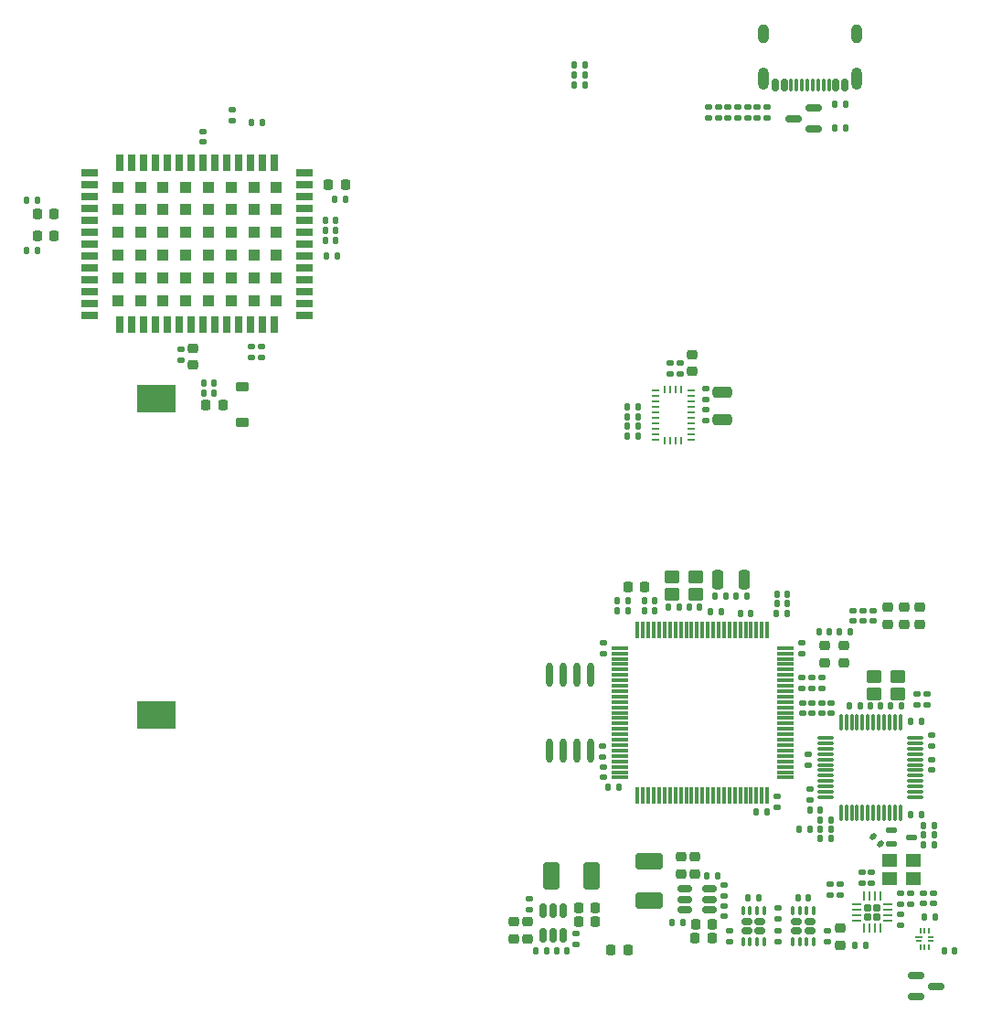
<source format=gbr>
%TF.GenerationSoftware,KiCad,Pcbnew,8.0.8-8.0.8-0~ubuntu22.04.1*%
%TF.CreationDate,2025-02-20T05:00:27+01:00*%
%TF.ProjectId,nav-module,6e61762d-6d6f-4647-956c-652e6b696361,1.0.0*%
%TF.SameCoordinates,Original*%
%TF.FileFunction,Paste,Top*%
%TF.FilePolarity,Positive*%
%FSLAX46Y46*%
G04 Gerber Fmt 4.6, Leading zero omitted, Abs format (unit mm)*
G04 Created by KiCad (PCBNEW 8.0.8-8.0.8-0~ubuntu22.04.1) date 2025-02-20 05:00:27*
%MOMM*%
%LPD*%
G01*
G04 APERTURE LIST*
G04 Aperture macros list*
%AMRoundRect*
0 Rectangle with rounded corners*
0 $1 Rounding radius*
0 $2 $3 $4 $5 $6 $7 $8 $9 X,Y pos of 4 corners*
0 Add a 4 corners polygon primitive as box body*
4,1,4,$2,$3,$4,$5,$6,$7,$8,$9,$2,$3,0*
0 Add four circle primitives for the rounded corners*
1,1,$1+$1,$2,$3*
1,1,$1+$1,$4,$5*
1,1,$1+$1,$6,$7*
1,1,$1+$1,$8,$9*
0 Add four rect primitives between the rounded corners*
20,1,$1+$1,$2,$3,$4,$5,0*
20,1,$1+$1,$4,$5,$6,$7,0*
20,1,$1+$1,$6,$7,$8,$9,0*
20,1,$1+$1,$8,$9,$2,$3,0*%
G04 Aperture macros list end*
%ADD10RoundRect,0.250000X0.650000X0.250000X-0.650000X0.250000X-0.650000X-0.250000X0.650000X-0.250000X0*%
%ADD11RoundRect,0.250001X0.999999X-0.499999X0.999999X0.499999X-0.999999X0.499999X-0.999999X-0.499999X0*%
%ADD12RoundRect,0.140000X-0.170000X0.140000X-0.170000X-0.140000X0.170000X-0.140000X0.170000X0.140000X0*%
%ADD13RoundRect,0.147500X0.147500X0.172500X-0.147500X0.172500X-0.147500X-0.172500X0.147500X-0.172500X0*%
%ADD14RoundRect,0.140000X0.140000X0.170000X-0.140000X0.170000X-0.140000X-0.170000X0.140000X-0.170000X0*%
%ADD15RoundRect,0.150000X0.587500X0.150000X-0.587500X0.150000X-0.587500X-0.150000X0.587500X-0.150000X0*%
%ADD16RoundRect,0.140000X0.170000X-0.140000X0.170000X0.140000X-0.170000X0.140000X-0.170000X-0.140000X0*%
%ADD17RoundRect,0.140000X-0.140000X-0.170000X0.140000X-0.170000X0.140000X0.170000X-0.140000X0.170000X0*%
%ADD18RoundRect,0.220000X0.220000X0.255000X-0.220000X0.255000X-0.220000X-0.255000X0.220000X-0.255000X0*%
%ADD19RoundRect,0.220000X0.255000X-0.220000X0.255000X0.220000X-0.255000X0.220000X-0.255000X-0.220000X0*%
%ADD20RoundRect,0.225000X-0.375000X0.225000X-0.375000X-0.225000X0.375000X-0.225000X0.375000X0.225000X0*%
%ADD21RoundRect,0.225000X-0.250000X0.225000X-0.250000X-0.225000X0.250000X-0.225000X0.250000X0.225000X0*%
%ADD22R,0.663000X0.225000*%
%ADD23R,0.563000X0.225000*%
%ADD24R,0.225000X0.563000*%
%ADD25RoundRect,0.150000X-0.512500X-0.150000X0.512500X-0.150000X0.512500X0.150000X-0.512500X0.150000X0*%
%ADD26RoundRect,0.150000X-0.587500X-0.150000X0.587500X-0.150000X0.587500X0.150000X-0.587500X0.150000X0*%
%ADD27RoundRect,0.220000X-0.255000X0.220000X-0.255000X-0.220000X0.255000X-0.220000X0.255000X0.220000X0*%
%ADD28RoundRect,0.225000X0.225000X0.250000X-0.225000X0.250000X-0.225000X-0.250000X0.225000X-0.250000X0*%
%ADD29RoundRect,0.250000X0.450000X0.350000X-0.450000X0.350000X-0.450000X-0.350000X0.450000X-0.350000X0*%
%ADD30RoundRect,0.075000X-0.075000X0.662500X-0.075000X-0.662500X0.075000X-0.662500X0.075000X0.662500X0*%
%ADD31RoundRect,0.075000X-0.662500X0.075000X-0.662500X-0.075000X0.662500X-0.075000X0.662500X0.075000X0*%
%ADD32RoundRect,0.075000X-0.075000X0.725000X-0.075000X-0.725000X0.075000X-0.725000X0.075000X0.725000X0*%
%ADD33RoundRect,0.075000X-0.725000X0.075000X-0.725000X-0.075000X0.725000X-0.075000X0.725000X0.075000X0*%
%ADD34RoundRect,0.220000X-0.220000X-0.255000X0.220000X-0.255000X0.220000X0.255000X-0.220000X0.255000X0*%
%ADD35RoundRect,0.150000X0.150000X0.425000X-0.150000X0.425000X-0.150000X-0.425000X0.150000X-0.425000X0*%
%ADD36RoundRect,0.075000X0.075000X0.500000X-0.075000X0.500000X-0.075000X-0.500000X0.075000X-0.500000X0*%
%ADD37O,1.000000X2.100000*%
%ADD38O,1.000000X1.800000*%
%ADD39RoundRect,0.225000X-0.225000X-0.250000X0.225000X-0.250000X0.225000X0.250000X-0.225000X0.250000X0*%
%ADD40R,3.600000X2.600000*%
%ADD41RoundRect,0.160000X-0.325000X0.160000X-0.325000X-0.160000X0.325000X-0.160000X0.325000X0.160000X0*%
%ADD42RoundRect,0.075000X-0.075000X0.350000X-0.075000X-0.350000X0.075000X-0.350000X0.075000X0.350000X0*%
%ADD43RoundRect,0.250000X0.250000X-0.650000X0.250000X0.650000X-0.250000X0.650000X-0.250000X-0.650000X0*%
%ADD44RoundRect,0.140000X0.219203X0.021213X0.021213X0.219203X-0.219203X-0.021213X-0.021213X-0.219203X0*%
%ADD45R,0.800000X1.500000*%
%ADD46R,1.500000X0.800000*%
%ADD47R,1.100000X1.100000*%
%ADD48R,1.400000X1.200000*%
%ADD49RoundRect,0.225000X0.250000X-0.225000X0.250000X0.225000X-0.250000X0.225000X-0.250000X-0.225000X0*%
%ADD50O,0.630000X2.250000*%
%ADD51RoundRect,0.250001X-0.499999X-0.999999X0.499999X-0.999999X0.499999X0.999999X-0.499999X0.999999X0*%
%ADD52RoundRect,0.172500X-0.172500X0.172500X-0.172500X-0.172500X0.172500X-0.172500X0.172500X0.172500X0*%
%ADD53RoundRect,0.062500X-0.062500X0.350000X-0.062500X-0.350000X0.062500X-0.350000X0.062500X0.350000X0*%
%ADD54RoundRect,0.062500X-0.350000X0.062500X-0.350000X-0.062500X0.350000X-0.062500X0.350000X0.062500X0*%
%ADD55R,0.675000X0.254000*%
%ADD56R,0.254000X0.675000*%
%ADD57RoundRect,0.125000X0.345000X0.125000X-0.345000X0.125000X-0.345000X-0.125000X0.345000X-0.125000X0*%
%ADD58RoundRect,0.150000X-0.150000X0.512500X-0.150000X-0.512500X0.150000X-0.512500X0.150000X0.512500X0*%
G04 APERTURE END LIST*
D10*
%TO.C,X401*%
X74570000Y61600001D03*
X74570000Y64099999D03*
%TD*%
D11*
%TO.C,L301*%
X67750720Y17013459D03*
X67750720Y20713459D03*
%TD*%
D12*
%TO.C,C417*%
X24400000Y68099999D03*
X24400000Y67100001D03*
%TD*%
D13*
%TO.C,L400*%
X31925000Y89130000D03*
X30955000Y89130000D03*
%TD*%
D12*
%TO.C,R903*%
X87480000Y19660001D03*
X87480000Y18660001D03*
%TD*%
D14*
%TO.C,R308*%
X87830000Y12910001D03*
X86830000Y12910001D03*
%TD*%
D15*
%TO.C,U802*%
X83017500Y88520000D03*
X83017500Y90420000D03*
X81142500Y89470000D03*
%TD*%
D12*
%TO.C,R418*%
X30960000Y68309999D03*
X30960000Y67310001D03*
%TD*%
D16*
%TO.C,C501*%
X79730000Y13210001D03*
X79730000Y14210001D03*
%TD*%
D17*
%TO.C,R716*%
X83630000Y22760001D03*
X84630000Y22760001D03*
%TD*%
D12*
%TO.C,R306*%
X74700720Y18463459D03*
X74700720Y17463459D03*
%TD*%
D18*
%TO.C,D405*%
X39649999Y83310000D03*
X38070001Y83310000D03*
%TD*%
D19*
%TO.C,D301*%
X85480000Y12920001D03*
X85480000Y14500001D03*
%TD*%
D20*
%TO.C,D408*%
X30100000Y64650000D03*
X30100000Y61350000D03*
%TD*%
D18*
%TO.C,FB400*%
X67370000Y46060001D03*
X65790000Y46060001D03*
%TD*%
D16*
%TO.C,C601*%
X75180000Y13210001D03*
X75180000Y14210001D03*
%TD*%
D14*
%TO.C,R301*%
X58280000Y12413493D03*
X57280000Y12413493D03*
%TD*%
%TO.C,C408*%
X65830000Y44810001D03*
X64830000Y44810001D03*
%TD*%
D16*
%TO.C,R600*%
X79730000Y15360001D03*
X79730000Y16360001D03*
%TD*%
D17*
%TO.C,C400*%
X76205000Y43635001D03*
X77205000Y43635001D03*
%TD*%
D21*
%TO.C,C1117*%
X25560000Y68190000D03*
X25560000Y66630000D03*
%TD*%
D14*
%TO.C,C313*%
X74880000Y45260001D03*
X73880000Y45260001D03*
%TD*%
D17*
%TO.C,R801*%
X84980000Y88610001D03*
X85980000Y88610001D03*
%TD*%
D14*
%TO.C,C600*%
X77930000Y17260001D03*
X76930000Y17260001D03*
%TD*%
%TO.C,C407*%
X68305000Y43910001D03*
X67305000Y43910001D03*
%TD*%
D17*
%TO.C,C314*%
X75830000Y45260001D03*
X76830000Y45260001D03*
%TD*%
D22*
%TO.C,U801*%
X92761500Y13685001D03*
D23*
X92711500Y13285001D03*
D24*
X92880000Y12716501D03*
X93280000Y12716501D03*
X93680000Y12716501D03*
D23*
X93848500Y13285001D03*
X93848500Y13685001D03*
D24*
X93680000Y14253501D03*
X93280000Y14253501D03*
X92880000Y14253501D03*
%TD*%
D21*
%TO.C,C304*%
X55276542Y15073942D03*
X55276542Y13513942D03*
%TD*%
D12*
%TO.C,C305*%
X56720000Y17213493D03*
X56720000Y16213493D03*
%TD*%
D14*
%TO.C,R404*%
X80580000Y43640001D03*
X79580000Y43640001D03*
%TD*%
%TO.C,C421*%
X66737500Y60050002D03*
X65737502Y60050002D03*
%TD*%
D25*
%TO.C,U301*%
X71042500Y18116951D03*
X71042500Y17166951D03*
X71042500Y16216951D03*
X73317500Y16216951D03*
X73317500Y17166951D03*
X73317500Y18116951D03*
%TD*%
D14*
%TO.C,C500*%
X82530000Y17260001D03*
X81530000Y17260001D03*
%TD*%
D12*
%TO.C,R902*%
X88380000Y19660001D03*
X88380000Y18660001D03*
%TD*%
D19*
%TO.C,D400*%
X89870000Y42620001D03*
X89870000Y44200001D03*
%TD*%
D26*
%TO.C,U200*%
X92462500Y10072500D03*
X92462500Y8172500D03*
X94337500Y9122500D03*
%TD*%
D12*
%TO.C,R700*%
X81955000Y35360001D03*
X81955000Y34360001D03*
%TD*%
D17*
%TO.C,R405*%
X60858400Y92600000D03*
X61858400Y92600000D03*
%TD*%
D16*
%TO.C,R409*%
X75080000Y89560001D03*
X75080000Y90560001D03*
%TD*%
%TO.C,R400*%
X74180000Y89560001D03*
X74180000Y90560001D03*
%TD*%
%TO.C,R411*%
X87580000Y42910001D03*
X87580000Y43910001D03*
%TD*%
D12*
%TO.C,R421*%
X69750000Y66849998D03*
X69750000Y65850000D03*
%TD*%
D14*
%TO.C,R423*%
X11099999Y81900000D03*
X10100001Y81900000D03*
%TD*%
D12*
%TO.C,C410*%
X83730000Y37685001D03*
X83730000Y36685001D03*
%TD*%
D27*
%TO.C,D701*%
X85805000Y40625001D03*
X85805000Y39045001D03*
%TD*%
D14*
%TO.C,R414*%
X38760000Y79110000D03*
X37760002Y79110000D03*
%TD*%
D12*
%TO.C,R701*%
X84630000Y35360001D03*
X84630000Y34360001D03*
%TD*%
%TO.C,C405*%
X81905000Y40935001D03*
X81905000Y39935001D03*
%TD*%
D28*
%TO.C,C301*%
X62810000Y15113493D03*
X61250000Y15113493D03*
%TD*%
D16*
%TO.C,C300*%
X61030000Y13003493D03*
X61030000Y14003493D03*
%TD*%
D19*
%TO.C,D402*%
X92870000Y42620001D03*
X92870000Y44200001D03*
%TD*%
D29*
%TO.C,Y700*%
X90780000Y37760001D03*
X88580000Y37760001D03*
X88580000Y36160001D03*
X90780000Y36160001D03*
%TD*%
D30*
%TO.C,U700*%
X91030000Y33522501D03*
X90530000Y33522501D03*
X90030000Y33522501D03*
X89530000Y33522501D03*
X89030000Y33522501D03*
X88530000Y33522501D03*
X88030000Y33522501D03*
X87530000Y33522501D03*
X87030000Y33522501D03*
X86530000Y33522501D03*
X86030000Y33522501D03*
X85530000Y33522501D03*
D31*
X84117500Y32110001D03*
X84117500Y31610001D03*
X84117500Y31110001D03*
X84117500Y30610001D03*
X84117500Y30110001D03*
X84117500Y29610001D03*
X84117500Y29110001D03*
X84117500Y28610001D03*
X84117500Y28110001D03*
X84117500Y27610001D03*
X84117500Y27110001D03*
X84117500Y26610001D03*
D30*
X85530000Y25197501D03*
X86030000Y25197501D03*
X86530000Y25197501D03*
X87030000Y25197501D03*
X87530000Y25197501D03*
X88030000Y25197501D03*
X88530000Y25197501D03*
X89030000Y25197501D03*
X89530000Y25197501D03*
X90030000Y25197501D03*
X90530000Y25197501D03*
X91030000Y25197501D03*
D31*
X92442500Y26610001D03*
X92442500Y27110001D03*
X92442500Y27610001D03*
X92442500Y28110001D03*
X92442500Y28610001D03*
X92442500Y29110001D03*
X92442500Y29610001D03*
X92442500Y30110001D03*
X92442500Y30610001D03*
X92442500Y31110001D03*
X92442500Y31610001D03*
X92442500Y32110001D03*
%TD*%
D12*
%TO.C,C423*%
X73050002Y62499999D03*
X73050002Y61500001D03*
%TD*%
D17*
%TO.C,R707*%
X83480000Y41910001D03*
X84480000Y41910001D03*
%TD*%
D32*
%TO.C,U400*%
X78705000Y42110001D03*
X78205000Y42110001D03*
X77705000Y42110001D03*
X77205000Y42110001D03*
X76705000Y42110001D03*
X76205000Y42110001D03*
X75705000Y42110001D03*
X75205000Y42110001D03*
X74705000Y42110001D03*
X74205000Y42110001D03*
X73705000Y42110001D03*
X73205000Y42110001D03*
X72705000Y42110001D03*
X72205000Y42110001D03*
X71705000Y42110001D03*
X71205000Y42110001D03*
X70705000Y42110001D03*
X70205000Y42110001D03*
X69705000Y42110001D03*
X69205000Y42110001D03*
X68705000Y42110001D03*
X68205000Y42110001D03*
X67705000Y42110001D03*
X67205000Y42110001D03*
X66705000Y42110001D03*
D33*
X65030000Y40435001D03*
X65030000Y39935001D03*
X65030000Y39435001D03*
X65030000Y38935001D03*
X65030000Y38435001D03*
X65030000Y37935001D03*
X65030000Y37435001D03*
X65030000Y36935001D03*
X65030000Y36435001D03*
X65030000Y35935001D03*
X65030000Y35435001D03*
X65030000Y34935001D03*
X65030000Y34435001D03*
X65030000Y33935001D03*
X65030000Y33435001D03*
X65030000Y32935001D03*
X65030000Y32435001D03*
X65030000Y31935001D03*
X65030000Y31435001D03*
X65030000Y30935001D03*
X65030000Y30435001D03*
X65030000Y29935001D03*
X65030000Y29435001D03*
X65030000Y28935001D03*
X65030000Y28435001D03*
D32*
X66705000Y26760001D03*
X67205000Y26760001D03*
X67705000Y26760001D03*
X68205000Y26760001D03*
X68705000Y26760001D03*
X69205000Y26760001D03*
X69705000Y26760001D03*
X70205000Y26760001D03*
X70705000Y26760001D03*
X71205000Y26760001D03*
X71705000Y26760001D03*
X72205000Y26760001D03*
X72705000Y26760001D03*
X73205000Y26760001D03*
X73705000Y26760001D03*
X74205000Y26760001D03*
X74705000Y26760001D03*
X75205000Y26760001D03*
X75705000Y26760001D03*
X76205000Y26760001D03*
X76705000Y26760001D03*
X77205000Y26760001D03*
X77705000Y26760001D03*
X78205000Y26760001D03*
X78705000Y26760001D03*
D33*
X80380000Y28435001D03*
X80380000Y28935001D03*
X80380000Y29435001D03*
X80380000Y29935001D03*
X80380000Y30435001D03*
X80380000Y30935001D03*
X80380000Y31435001D03*
X80380000Y31935001D03*
X80380000Y32435001D03*
X80380000Y32935001D03*
X80380000Y33435001D03*
X80380000Y33935001D03*
X80380000Y34435001D03*
X80380000Y34935001D03*
X80380000Y35435001D03*
X80380000Y35935001D03*
X80380000Y36435001D03*
X80380000Y36935001D03*
X80380000Y37435001D03*
X80380000Y37935001D03*
X80380000Y38435001D03*
X80380000Y38935001D03*
X80380000Y39435001D03*
X80380000Y39935001D03*
X80380000Y40435001D03*
%TD*%
D14*
%TO.C,C409*%
X65830000Y43910001D03*
X64830000Y43910001D03*
%TD*%
%TO.C,C708*%
X89230000Y35050001D03*
X88230000Y35050001D03*
%TD*%
D12*
%TO.C,R705*%
X93530000Y36160001D03*
X93530000Y35160001D03*
%TD*%
D14*
%TO.C,R425*%
X27500000Y64950000D03*
X26500002Y64950000D03*
%TD*%
D12*
%TO.C,R307*%
X74700720Y16563459D03*
X74700720Y15563459D03*
%TD*%
D34*
%TO.C,D404*%
X11110001Y80600000D03*
X12689999Y80600000D03*
%TD*%
D17*
%TO.C,R711*%
X93180000Y23110001D03*
X94180000Y23110001D03*
%TD*%
%TO.C,R710*%
X93180000Y24010001D03*
X94180000Y24010001D03*
%TD*%
%TO.C,R715*%
X83630000Y23635001D03*
X84630000Y23635001D03*
%TD*%
D14*
%TO.C,R422*%
X11109999Y77200000D03*
X10110001Y77200000D03*
%TD*%
D12*
%TO.C,C801*%
X76880000Y90560001D03*
X76880000Y89560001D03*
%TD*%
D16*
%TO.C,C402*%
X63505000Y39935001D03*
X63505000Y40935001D03*
%TD*%
D12*
%TO.C,C419*%
X29200000Y90299999D03*
X29200000Y89300001D03*
%TD*%
D35*
%TO.C,J800*%
X85880000Y92570001D03*
X85080000Y92570001D03*
D36*
X83930000Y92570001D03*
X82930000Y92570001D03*
X82430000Y92570001D03*
X81430000Y92570001D03*
D35*
X80280000Y92570001D03*
X79480000Y92570001D03*
X79480000Y92570001D03*
X80280000Y92570001D03*
D36*
X80930000Y92570001D03*
X81930000Y92570001D03*
X83430000Y92570001D03*
X84430000Y92570001D03*
D35*
X85080000Y92570001D03*
X85880000Y92570001D03*
D37*
X87000000Y93145001D03*
D38*
X87000000Y97325001D03*
D37*
X78360000Y93145001D03*
D38*
X78360000Y97325001D03*
%TD*%
D17*
%TO.C,C311*%
X69900720Y15003459D03*
X70900720Y15003459D03*
%TD*%
%TO.C,C418*%
X37760002Y80010000D03*
X38760000Y80010000D03*
%TD*%
%TO.C,C707*%
X90130000Y35060001D03*
X91130000Y35060001D03*
%TD*%
D12*
%TO.C,R901*%
X84530000Y18560001D03*
X84530000Y17560001D03*
%TD*%
D14*
%TO.C,R709*%
X94180000Y22210001D03*
X93180000Y22210001D03*
%TD*%
D12*
%TO.C,R805*%
X77780000Y90560001D03*
X77780000Y89560001D03*
%TD*%
%TO.C,R800*%
X78680000Y90560001D03*
X78680000Y89560001D03*
%TD*%
D39*
%TO.C,C310*%
X72050720Y14803459D03*
X73610720Y14803459D03*
%TD*%
D12*
%TO.C,R402*%
X82830000Y37685001D03*
X82830000Y36685001D03*
%TD*%
D16*
%TO.C,R702*%
X93930000Y29110001D03*
X93930000Y30110001D03*
%TD*%
%TO.C,C422*%
X70650000Y65850002D03*
X70650000Y66850000D03*
%TD*%
D39*
%TO.C,C309*%
X72040271Y13560001D03*
X73600271Y13560001D03*
%TD*%
D16*
%TO.C,C900*%
X91080000Y16710001D03*
X91080000Y17710001D03*
%TD*%
D12*
%TO.C,C404*%
X79605000Y26685001D03*
X79605000Y25685001D03*
%TD*%
%TO.C,R802*%
X93180000Y17760001D03*
X93180000Y16760001D03*
%TD*%
D17*
%TO.C,C701*%
X91980000Y33660001D03*
X92980000Y33660001D03*
%TD*%
D40*
%TO.C,BAT400*%
X22100000Y63500000D03*
X22100000Y34200000D03*
%TD*%
D14*
%TO.C,R300*%
X60180000Y12413493D03*
X59180000Y12413493D03*
%TD*%
D17*
%TO.C,R420*%
X65737501Y60949999D03*
X66737499Y60949999D03*
%TD*%
D14*
%TO.C,R413*%
X38760000Y78210000D03*
X37760002Y78210000D03*
%TD*%
D17*
%TO.C,C700*%
X82630000Y25410001D03*
X83630000Y25410001D03*
%TD*%
D16*
%TO.C,R500*%
X84280000Y13210001D03*
X84280000Y14210001D03*
%TD*%
D14*
%TO.C,C406*%
X68305000Y44810001D03*
X67305000Y44810001D03*
%TD*%
%TO.C,C411*%
X70555000Y44260001D03*
X69555000Y44260001D03*
%TD*%
D12*
%TO.C,C704*%
X93920000Y32362501D03*
X93920000Y31362501D03*
%TD*%
D14*
%TO.C,C425*%
X66749999Y62749999D03*
X65750001Y62749999D03*
%TD*%
D16*
%TO.C,C902*%
X91980000Y16710001D03*
X91980000Y17710001D03*
%TD*%
D17*
%TO.C,C312*%
X93280000Y15510001D03*
X94280000Y15510001D03*
%TD*%
D16*
%TO.C,C702*%
X82640000Y26357501D03*
X82640000Y27357501D03*
%TD*%
D12*
%TO.C,R706*%
X92580000Y36160001D03*
X92580000Y35160001D03*
%TD*%
D16*
%TO.C,R803*%
X94080000Y16760001D03*
X94080000Y17760001D03*
%TD*%
D39*
%TO.C,C426*%
X26720000Y62900000D03*
X28280000Y62900000D03*
%TD*%
D21*
%TO.C,C307*%
X70738674Y21093459D03*
X70738674Y19533459D03*
%TD*%
D14*
%TO.C,C306*%
X74110720Y19313459D03*
X73110720Y19313459D03*
%TD*%
D16*
%TO.C,R401*%
X81930000Y36685001D03*
X81930000Y37685001D03*
%TD*%
D34*
%TO.C,F300*%
X64240000Y12510001D03*
X65820000Y12510001D03*
%TD*%
D17*
%TO.C,R714*%
X83630000Y24510001D03*
X84630000Y24510001D03*
%TD*%
D12*
%TO.C,R900*%
X85430000Y18560001D03*
X85430000Y17560001D03*
%TD*%
D17*
%TO.C,C414*%
X77705000Y25235001D03*
X78705000Y25235001D03*
%TD*%
D41*
%TO.C,U600*%
X78030000Y15060001D03*
X76830000Y15060001D03*
X78030000Y14260001D03*
X76830000Y14260001D03*
D42*
X78405000Y16110001D03*
X77755000Y16110001D03*
X77105000Y16110001D03*
X76455000Y16110001D03*
X76455000Y13210001D03*
X77105000Y13210001D03*
X77755000Y13210001D03*
X78405000Y13210001D03*
%TD*%
D43*
%TO.C,X300*%
X74105000Y46735001D03*
X76605000Y46735001D03*
%TD*%
D14*
%TO.C,R406*%
X61858400Y94400000D03*
X60858400Y94400000D03*
%TD*%
D16*
%TO.C,R412*%
X86680000Y42910001D03*
X86680000Y43910001D03*
%TD*%
%TO.C,C706*%
X82830000Y34360001D03*
X82830000Y35360001D03*
%TD*%
D17*
%TO.C,C800*%
X84980000Y90760001D03*
X85980000Y90760001D03*
%TD*%
D28*
%TO.C,C302*%
X62810000Y16375539D03*
X61250000Y16375539D03*
%TD*%
D17*
%TO.C,R419*%
X65750001Y61849999D03*
X66749999Y61849999D03*
%TD*%
D12*
%TO.C,R415*%
X26470000Y88279999D03*
X26470000Y87280001D03*
%TD*%
D17*
%TO.C,C401*%
X73455000Y43810001D03*
X74455000Y43810001D03*
%TD*%
%TO.C,C705*%
X86330000Y35050001D03*
X87330000Y35050001D03*
%TD*%
D44*
%TO.C,R712*%
X89183553Y22256448D03*
X88476447Y22963554D03*
%TD*%
D29*
%TO.C,X400*%
X72105000Y47035001D03*
X69905000Y47035001D03*
X69905000Y45435001D03*
X72105000Y45435001D03*
%TD*%
D45*
%TO.C,U401*%
X33060000Y85359998D03*
X31960000Y85359999D03*
X30860000Y85359998D03*
X29760000Y85359999D03*
X28660000Y85359999D03*
X27560000Y85359999D03*
X26460000Y85359999D03*
X25360000Y85359999D03*
X24260000Y85359999D03*
X23160000Y85359999D03*
X22060000Y85359999D03*
X20960000Y85359998D03*
X19860000Y85359999D03*
X18760000Y85359998D03*
D46*
X15960000Y84459999D03*
X15960000Y83359999D03*
X15960000Y82259999D03*
X15960000Y81159999D03*
X15960000Y80059998D03*
X15960000Y78959999D03*
X15960001Y77859999D03*
X15960000Y76759999D03*
X15960000Y75660000D03*
X15960000Y74559999D03*
X15960000Y73459999D03*
X15960000Y72359999D03*
X15960000Y71259999D03*
D45*
X18760000Y70360000D03*
X19860000Y70359999D03*
X20960000Y70360000D03*
X22060000Y70359999D03*
X23160000Y70359999D03*
X24260000Y70359999D03*
X25360000Y70359999D03*
X26460000Y70359999D03*
X27560000Y70359999D03*
X28660000Y70359999D03*
X29760000Y70359999D03*
X30860000Y70360000D03*
X31960000Y70359999D03*
X33060000Y70360000D03*
D46*
X35860000Y71259999D03*
X35860000Y72359999D03*
X35860000Y73459999D03*
X35860000Y74559999D03*
X35860000Y75660000D03*
X35860000Y76759999D03*
X35859999Y77859999D03*
X35860000Y78959999D03*
X35860000Y80059998D03*
X35860000Y81159999D03*
X35860000Y82259999D03*
X35860000Y83359999D03*
X35860000Y84459999D03*
D47*
X33260000Y83109999D03*
X31160000Y83109999D03*
X29060000Y83109999D03*
X26960001Y83109999D03*
X24859999Y83109999D03*
X22760000Y83109999D03*
X20660000Y83109999D03*
X18560000Y83109999D03*
X33260000Y81009999D03*
X31160000Y81009999D03*
X29060000Y81009999D03*
X22760000Y81009999D03*
X20660000Y81009999D03*
X18560000Y81009999D03*
X26960000Y81009998D03*
X24860000Y81009998D03*
X31160000Y78910000D03*
X20660000Y78910000D03*
X33260000Y78909999D03*
X29059999Y78909999D03*
X26960000Y78909999D03*
X24860000Y78909999D03*
X22760001Y78909999D03*
X18560000Y78909999D03*
X33260000Y76809999D03*
X29059999Y76809999D03*
X26960000Y76809999D03*
X24860000Y76809999D03*
X22760001Y76809999D03*
X18560000Y76809999D03*
X31160000Y76809998D03*
X20660000Y76809998D03*
X26960000Y74710000D03*
X24860000Y74710000D03*
X33260000Y74709999D03*
X31160000Y74709999D03*
X29060000Y74709999D03*
X22760000Y74709999D03*
X20660000Y74709999D03*
X18560000Y74709999D03*
X33260000Y72609999D03*
X31160000Y72609999D03*
X29060000Y72609999D03*
X26960001Y72609999D03*
X24859999Y72609999D03*
X22760000Y72609999D03*
X20660000Y72609999D03*
X18560000Y72609999D03*
%TD*%
D12*
%TO.C,R708*%
X82530000Y30610001D03*
X82530000Y29610001D03*
%TD*%
D14*
%TO.C,C403*%
X64955000Y27535001D03*
X63955000Y27535001D03*
%TD*%
D16*
%TO.C,R410*%
X88480000Y42910001D03*
X88480000Y43910001D03*
%TD*%
D17*
%TO.C,C427*%
X26500001Y64050000D03*
X27499999Y64050000D03*
%TD*%
D48*
%TO.C,Y900*%
X92230000Y20810001D03*
X90030000Y20810001D03*
X90030000Y19110001D03*
X92230000Y19110001D03*
%TD*%
D41*
%TO.C,U500*%
X82630000Y15060001D03*
X81430000Y15060001D03*
X82630000Y14260001D03*
X81430000Y14260001D03*
D42*
X83005000Y16110001D03*
X82355000Y16110001D03*
X81705000Y16110001D03*
X81055000Y16110001D03*
X81055000Y13210001D03*
X81705000Y13210001D03*
X82355000Y13210001D03*
X83005000Y13210001D03*
%TD*%
D17*
%TO.C,R713*%
X85380000Y41910001D03*
X86380000Y41910001D03*
%TD*%
D49*
%TO.C,C420*%
X71750000Y66069999D03*
X71750000Y67629999D03*
%TD*%
D17*
%TO.C,C412*%
X71455000Y44260001D03*
X72455000Y44260001D03*
%TD*%
%TO.C,C415*%
X79590000Y45420001D03*
X80590000Y45420001D03*
%TD*%
D50*
%TO.C,U100*%
X62335000Y37965001D03*
X61065000Y37965001D03*
X59785000Y37965001D03*
X58515000Y37965001D03*
X58515000Y30905001D03*
X59785000Y30905001D03*
X61065000Y30905001D03*
X62335000Y30905001D03*
%TD*%
D19*
%TO.C,D700*%
X84055000Y39045001D03*
X84055000Y40625001D03*
%TD*%
D12*
%TO.C,C413*%
X63505000Y29435001D03*
X63505000Y28435001D03*
%TD*%
D51*
%TO.C,L300*%
X58730000Y19363493D03*
X62430000Y19363493D03*
%TD*%
D16*
%TO.C,C100*%
X63480000Y30360001D03*
X63480000Y31360001D03*
%TD*%
D12*
%TO.C,R416*%
X31860000Y68309999D03*
X31860000Y67310001D03*
%TD*%
D52*
%TO.C,U302*%
X88855000Y16397501D03*
X88005000Y16397501D03*
X88855000Y15547501D03*
X88005000Y15547501D03*
D53*
X89180000Y17435001D03*
X88680000Y17435001D03*
X88180000Y17435001D03*
X87680000Y17435001D03*
D54*
X86967500Y16722501D03*
X86967500Y16222501D03*
X86967500Y15722501D03*
X86967500Y15222501D03*
D53*
X87680000Y14510001D03*
X88180000Y14510001D03*
X88680000Y14510001D03*
X89180000Y14510001D03*
D54*
X89892500Y15222501D03*
X89892500Y15722501D03*
X89892500Y16222501D03*
X89892500Y16722501D03*
%TD*%
D17*
%TO.C,C703*%
X91980000Y25010001D03*
X92980000Y25010001D03*
%TD*%
D19*
%TO.C,D401*%
X91380000Y42620001D03*
X91380000Y44200001D03*
%TD*%
D16*
%TO.C,R408*%
X75980000Y89560001D03*
X75980000Y90560001D03*
%TD*%
D14*
%TO.C,R403*%
X80590000Y44520001D03*
X79590000Y44520001D03*
%TD*%
D16*
%TO.C,R703*%
X83730000Y34360001D03*
X83730000Y35360001D03*
%TD*%
D21*
%TO.C,C308*%
X72000720Y21093459D03*
X72000720Y19533459D03*
%TD*%
D34*
%TO.C,D403*%
X11110001Y78600000D03*
X12689999Y78600000D03*
%TD*%
D14*
%TO.C,R424*%
X39659999Y82010000D03*
X38660001Y82010000D03*
%TD*%
D55*
%TO.C,U402*%
X71662500Y64250000D03*
D56*
X70750001Y64387500D03*
X70250000Y64387500D03*
X69750000Y64387500D03*
X69249999Y64387500D03*
D55*
X68337500Y64250000D03*
X68337500Y63750000D03*
X68337499Y63250000D03*
X68337500Y62750000D03*
X68337500Y62250000D03*
X68337500Y61750000D03*
X68337500Y61250000D03*
X68337499Y60750000D03*
X68337500Y60250000D03*
X68337500Y59750000D03*
D56*
X69249999Y59612500D03*
X69750000Y59612500D03*
X70250000Y59612500D03*
X70750001Y59612500D03*
D55*
X71662500Y59750000D03*
X71662500Y60250000D03*
X71662501Y60750000D03*
X71662500Y61250000D03*
X71662500Y61750000D03*
X71662500Y62250000D03*
X71662500Y62750000D03*
X71662501Y63250000D03*
X71662500Y63750000D03*
%TD*%
D16*
%TO.C,R407*%
X73280000Y89560001D03*
X73280000Y90560001D03*
%TD*%
%TO.C,C424*%
X73050002Y63450001D03*
X73050002Y64449999D03*
%TD*%
D57*
%TO.C,Q700*%
X90230000Y23560001D03*
X90230000Y22260001D03*
X92030000Y22910001D03*
%TD*%
D12*
%TO.C,C904*%
X91080000Y15760001D03*
X91080000Y14760001D03*
%TD*%
D14*
%TO.C,C416*%
X61858400Y93500000D03*
X60858400Y93500000D03*
%TD*%
D17*
%TO.C,R804*%
X95080000Y12360001D03*
X96080000Y12360001D03*
%TD*%
D58*
%TO.C,U300*%
X59833492Y16071713D03*
X58883492Y16071713D03*
X57933492Y16071713D03*
X57933492Y13796713D03*
X58883492Y13796713D03*
X59833492Y13796713D03*
%TD*%
D14*
%TO.C,R417*%
X38859999Y76710000D03*
X37860001Y76710000D03*
%TD*%
D21*
%TO.C,C303*%
X56520000Y15063493D03*
X56520000Y13503493D03*
%TD*%
D17*
%TO.C,R704*%
X81680000Y23635001D03*
X82680000Y23635001D03*
%TD*%
M02*

</source>
